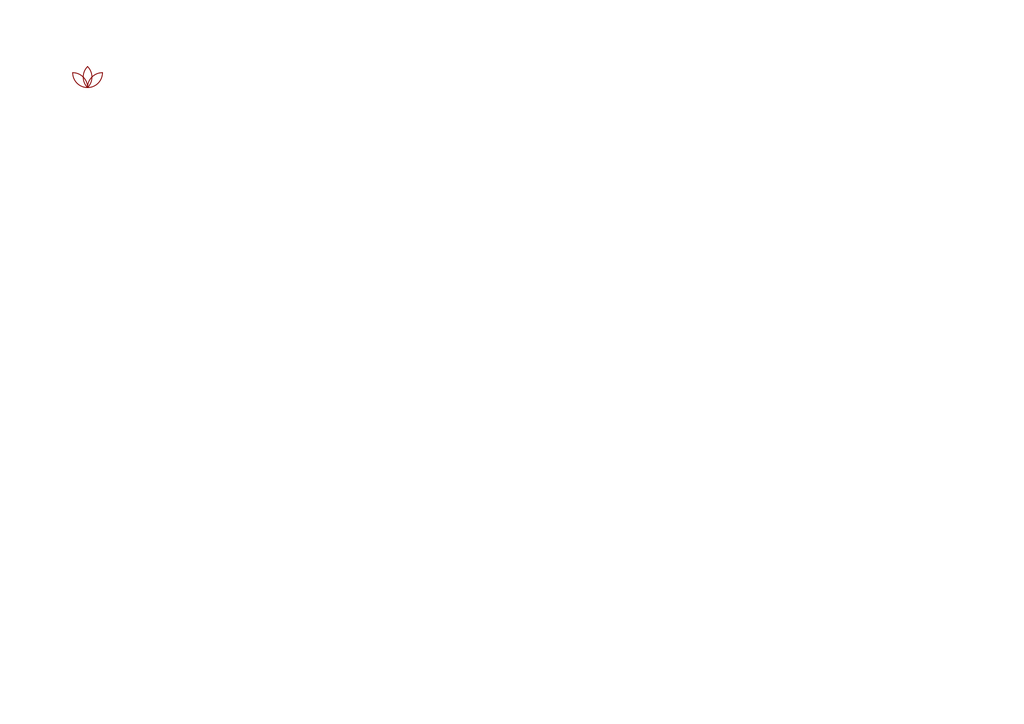
<source format=kicad_sch>
(kicad_sch
	(version 20250114)
	(generator "eeschema")
	(generator_version "9.0")
	(uuid "e63e39d7-6ac0-4ffd-8aa3-1841a4541b55")
	(paper "A4")
	(title_block
		(title "Documentation symbols")
		(date "2025-05-24")
		(rev "1")
		(comment 1 "-")
		(comment 2 "-")
	)
	(lib_symbols
		(symbol "lily_symbols:doc_logo_lilytronics"
			(pin_names
				(offset 1.016)
			)
			(exclude_from_sim yes)
			(in_bom no)
			(on_board yes)
			(property "Reference" "DOC"
				(at 0 -5.08 0)
				(effects
					(font
						(size 1.27 1.27)
					)
					(hide yes)
				)
			)
			(property "Value" "doc_logo_lilytronics"
				(at 0 -2.54 0)
				(effects
					(font
						(size 1.27 1.27)
					)
					(hide yes)
				)
			)
			(property "Footprint" "lily_footprints:doc_logo_lilytronics"
				(at 0 -10.16 0)
				(effects
					(font
						(size 1.27 1.27)
					)
					(hide yes)
				)
			)
			(property "Datasheet" ""
				(at 0 0 0)
				(effects
					(font
						(size 1.27 1.27)
					)
					(hide yes)
				)
			)
			(property "Description" ""
				(at 0 0 0)
				(effects
					(font
						(size 1.27 1.27)
					)
					(hide yes)
				)
			)
			(property "Revision" "1"
				(at 0 -7.62 0)
				(effects
					(font
						(size 1.27 1.27)
					)
					(hide yes)
				)
			)
			(symbol "doc_logo_lilytronics_0_0"
				(arc
					(start -4.318 4.318)
					(mid -1.2647 3.0533)
					(end 0 0)
					(stroke
						(width 0.254)
						(type default)
					)
					(fill
						(type none)
					)
				)
				(arc
					(start 0 6.096)
					(mid 1.2625 3.048)
					(end 0 0)
					(stroke
						(width 0.254)
						(type default)
					)
					(fill
						(type none)
					)
				)
				(arc
					(start 4.318 4.318)
					(mid 0 0.0188)
					(end -4.318 4.318)
					(stroke
						(width 0.254)
						(type default)
					)
					(fill
						(type none)
					)
				)
				(arc
					(start 0 0)
					(mid -1.2625 3.048)
					(end 0 6.096)
					(stroke
						(width 0.254)
						(type default)
					)
					(fill
						(type none)
					)
				)
				(arc
					(start 0 0)
					(mid 1.2647 3.0533)
					(end 4.318 4.318)
					(stroke
						(width 0.254)
						(type default)
					)
					(fill
						(type none)
					)
				)
			)
			(embedded_fonts no)
		)
	)
	(symbol
		(lib_id "lily_symbols:doc_logo_lilytronics")
		(at 25.4 25.4 0)
		(unit 1)
		(exclude_from_sim yes)
		(in_bom no)
		(on_board yes)
		(dnp no)
		(uuid "0dd3a67c-288a-499b-897a-9d030c873dec")
		(property "Reference" "DOC1001"
			(at 25.4 30.48 0)
			(effects
				(font
					(size 1.27 1.27)
				)
				(hide yes)
			)
		)
		(property "Value" "doc_logo_lilytronics"
			(at 25.4 27.94 0)
			(effects
				(font
					(size 1.27 1.27)
				)
				(hide yes)
			)
		)
		(property "Footprint" "lily_footprints:doc_logo_lilytronics"
			(at 25.4 35.56 0)
			(effects
				(font
					(size 1.27 1.27)
				)
				(hide yes)
			)
		)
		(property "Datasheet" ""
			(at 25.4 25.4 0)
			(effects
				(font
					(size 1.27 1.27)
				)
				(hide yes)
			)
		)
		(property "Description" ""
			(at 25.4 25.4 0)
			(effects
				(font
					(size 1.27 1.27)
				)
				(hide yes)
			)
		)
		(property "Revision" "1"
			(at 25.4 33.02 0)
			(effects
				(font
					(size 1.27 1.27)
				)
				(hide yes)
			)
		)
		(instances
			(project ""
				(path "/e63e39d7-6ac0-4ffd-8aa3-1841a4541b55"
					(reference "DOC1001")
					(unit 1)
				)
			)
		)
	)
	(sheet_instances
		(path "/"
			(page "1")
		)
	)
	(embedded_fonts no)
)

</source>
